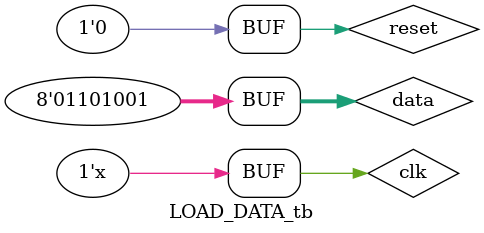
<source format=v>
module FREQ_DIVIDER_tb;
    reg           in_clk;
    reg   [31:0]  divider;
    wire          out_clk;
    reg   [31:0]  div;

    FREQ_DIVIDER uut(
        .in_clk(in_clk),
        .divider(divider),
        .out_clk(out_clk)
    );

    initial begin
        in_clk = 0;
        divider = 32'd10;
        div = divider / 2;
    end

    always begin
        #10; in_clk = ~in_clk;
    end
endmodule

module LOAD_DATA_tb;
    reg           clk;
    reg   [7:0]   data;
    reg           reset;
    wire          DS;
    wire          SHCP;
    wire          finish;

    LOAD_DATA uut(
        .clk(clk),
        .data(data),
        .reset(reset),
        .DS(DS),
        .SHCP(SHCP),
        .finish(finish) 
    );

    always begin
        #10 clk = ~clk;
    end

    initial begin
        clk = 0;
        data = 8'b1101001;
        reset = 0;

        #1000;
        reset = 1;
        #10;
        reset = 0;
    end
endmodule
</source>
